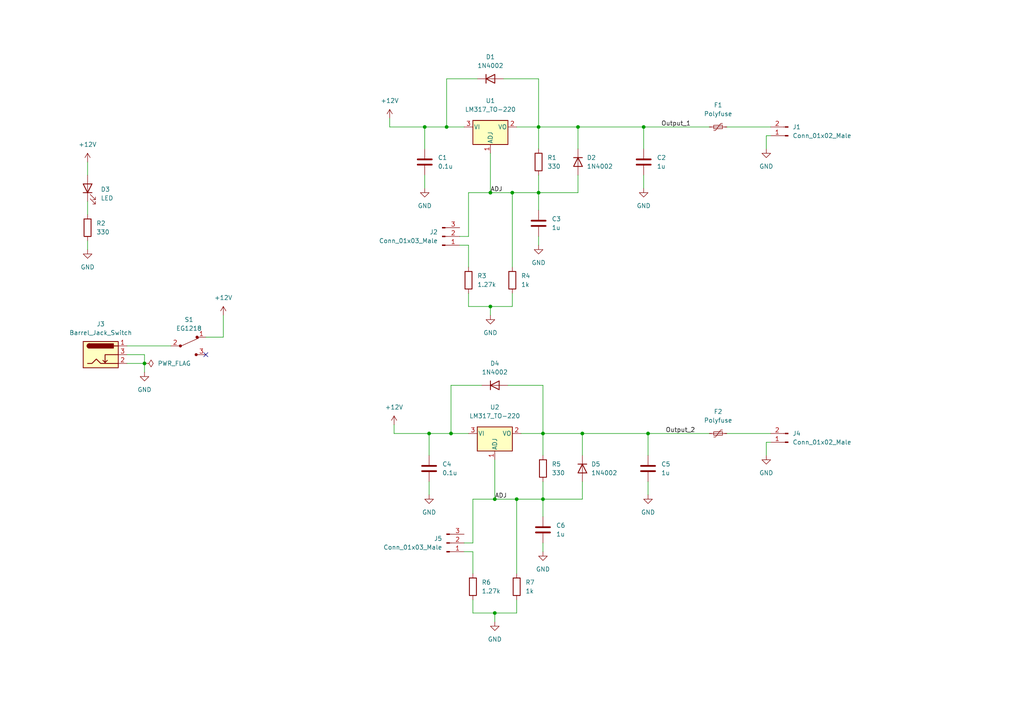
<source format=kicad_sch>
(kicad_sch (version 20211123) (generator eeschema)
  (paper "A4")
  (title_block (title "Bread Board power supply") (date "2023-01-11") (rev "2") (comment 1 "Using SMD components") (comment 2 "changing the voltage level by changing Radj"))
  (lib_symbols
    (symbol "Connector:Barrel_Jack_Switch" (pin_names hide)
      (property "Reference" "J" (at 0 5.334 0))
      (property "Value" "Barrel_Jack_Switch" (at 0 -5.08 0))
      (symbol "Barrel_Jack_Switch_0_1"
        (rectangle (start -5.08 3.81) (end 5.08 -3.81) (stroke (width 0.254)) (fill (type background)))
        (arc (start -3.302 3.175) (mid -3.937 2.54) (end -3.302 1.905) (stroke (width 0.254)))
        (arc (start -3.302 3.175) (mid -3.937 2.54) (end -3.302 1.905) (stroke (width 0.254)) (fill (type outline)))
        (polyline (pts (xy 1.27 -2.286) (xy 1.905 -1.651)) (stroke (width 0.254)))
        (polyline (pts (xy 5.08 2.54) (xy 3.81 2.54)) (stroke (width 0.254)))
        (polyline (pts (xy 5.08 0) (xy 1.27 0) (xy 1.27 -2.286) (xy 0.635 -1.651)) (stroke (width 0.254)))
        (polyline (pts (xy -3.81 -2.54) (xy -2.54 -2.54) (xy -1.27 -1.27) (xy 0 -2.54) (xy 2.54 -2.54) (xy 5.08 -2.54)) (stroke (width 0.254)))
        (rectangle (start 3.683 3.175) (end -3.302 1.905) (stroke (width 0.254)) (fill (type outline)))
      )
      (symbol "Barrel_Jack_Switch_1_1"
        (pin passive line (at 7.62 2.54 180) (length 2.54) (name "~") (number "1"))
        (pin passive line (at 7.62 -2.54 180) (length 2.54) (name "~") (number "2"))
        (pin passive line (at 7.62 0 180) (length 2.54) (name "~") (number "3"))
      )
    )
    (symbol "Connector:Conn_01x02_Male" (pin_names (offset 1.016) hide)
      (property "Reference" "J" (at 0 2.54 0))
      (property "Value" "Conn_01x02_Male" (at 0 -5.08 0))
      (symbol "Conn_01x02_Male_1_1"
        (polyline (pts (xy 1.27 -2.54) (xy 0.8636 -2.54)) (stroke (width 0.1524)))
        (polyline (pts (xy 1.27 0) (xy 0.8636 0)) (stroke (width 0.1524)))
        (rectangle (start 0.8636 -2.413) (end 0 -2.667) (stroke (width 0.1524)) (fill (type outline)))
        (rectangle (start 0.8636 0.127) (end 0 -0.127) (stroke (width 0.1524)) (fill (type outline)))
        (pin passive line (at 5.08 0 180) (length 3.81) (name "Pin_1") (number "1"))
        (pin passive line (at 5.08 -2.54 180) (length 3.81) (name "Pin_2") (number "2"))
      )
    )
    (symbol "Connector:Conn_01x03_Male" (pin_names (offset 1.016) hide)
      (property "Reference" "J" (at 0 5.08 0))
      (property "Value" "Conn_01x03_Male" (at 0 -5.08 0))
      (symbol "Conn_01x03_Male_1_1"
        (polyline (pts (xy 1.27 -2.54) (xy 0.8636 -2.54)) (stroke (width 0.1524)))
        (polyline (pts (xy 1.27 0) (xy 0.8636 0)) (stroke (width 0.1524)))
        (polyline (pts (xy 1.27 2.54) (xy 0.8636 2.54)) (stroke (width 0.1524)))
        (rectangle (start 0.8636 -2.413) (end 0 -2.667) (stroke (width 0.1524)) (fill (type outline)))
        (rectangle (start 0.8636 0.127) (end 0 -0.127) (stroke (width 0.1524)) (fill (type outline)))
        (rectangle (start 0.8636 2.667) (end 0 2.413) (stroke (width 0.1524)) (fill (type outline)))
        (pin passive line (at 5.08 2.54 180) (length 3.81) (name "Pin_1") (number "1"))
        (pin passive line (at 5.08 0 180) (length 3.81) (name "Pin_2") (number "2"))
        (pin passive line (at 5.08 -2.54 180) (length 3.81) (name "Pin_3") (number "3"))
      )
    )
    (symbol "Device:C" (pin_numbers hide) (pin_names (offset 0.254))
      (property "Reference" "C" (at 0.635 2.54 0))
      (property "Value" "C" (at 0.635 -2.54 0))
      (symbol "C_0_1"
        (polyline (pts (xy -2.032 -0.762) (xy 2.032 -0.762)) (stroke (width 0.508)))
        (polyline (pts (xy -2.032 0.762) (xy 2.032 0.762)) (stroke (width 0.508)))
      )
      (symbol "C_1_1"
        (pin passive line (at 0 3.81 270) (length 2.794) (name "~") (number "1"))
        (pin passive line (at 0 -3.81 90) (length 2.794) (name "~") (number "2"))
      )
    )
    (symbol "Device:LED" (pin_numbers hide) (pin_names (offset 1.016) hide)
      (property "Reference" "D" (at 0 2.54 0))
      (property "Value" "LED" (at 0 -2.54 0))
      (symbol "LED_0_1"
        (polyline (pts (xy -1.27 -1.27) (xy -1.27 1.27)) (stroke (width 0.254)))
        (polyline (pts (xy -1.27 0) (xy 1.27 0)))
        (polyline (pts (xy 1.27 -1.27) (xy 1.27 1.27) (xy -1.27 0) (xy 1.27 -1.27)) (stroke (width 0.254)))
        (polyline (pts (xy -3.048 -0.762) (xy -4.572 -2.286) (xy -3.81 -2.286) (xy -4.572 -2.286) (xy -4.572 -1.524)))
        (polyline (pts (xy -1.778 -0.762) (xy -3.302 -2.286) (xy -2.54 -2.286) (xy -3.302 -2.286) (xy -3.302 -1.524)))
      )
      (symbol "LED_1_1"
        (pin passive line (at -3.81 0 0) (length 2.54) (name "K") (number "1"))
        (pin passive line (at 3.81 0 180) (length 2.54) (name "A") (number "2"))
      )
    )
    (symbol "Device:Polyfuse_Small" (pin_numbers hide) (pin_names (offset 0))
      (property "Reference" "F" (at -1.905 0 90))
      (property "Value" "Polyfuse_Small" (at 1.905 0 90))
      (symbol "Polyfuse_Small_0_1"
        (rectangle (start -0.508 1.27) (end 0.508 -1.27))
        (polyline (pts (xy 0 2.54) (xy 0 -2.54)))
        (polyline (pts (xy -1.016 1.27) (xy -1.016 0.762) (xy 1.016 -0.762) (xy 1.016 -1.27)))
      )
      (symbol "Polyfuse_Small_1_1"
        (pin passive line (at 0 2.54 270) (length 0.635) (name "~") (number "1"))
        (pin passive line (at 0 -2.54 90) (length 0.635) (name "~") (number "2"))
      )
    )
    (symbol "Device:R" (pin_numbers hide) (pin_names (offset 0))
      (property "Reference" "R" (at 2.032 0 90))
      (property "Value" "R" (at 0 0 90))
      (symbol "R_0_1"
        (rectangle (start -1.016 -2.54) (end 1.016 2.54) (stroke (width 0.254)))
      )
      (symbol "R_1_1"
        (pin passive line (at 0 3.81 270) (length 1.27) (name "~") (number "1"))
        (pin passive line (at 0 -3.81 90) (length 1.27) (name "~") (number "2"))
      )
    )
    (symbol "Diode:1N4002" (pin_numbers hide) (pin_names hide)
      (property "Reference" "D" (at 0 2.54 0))
      (property "Value" "1N4002" (at 0 -2.54 0))
      (symbol "1N4002_0_1"
        (polyline (pts (xy -1.27 1.27) (xy -1.27 -1.27)) (stroke (width 0.254)))
        (polyline (pts (xy 1.27 0) (xy -1.27 0)))
        (polyline (pts (xy 1.27 1.27) (xy 1.27 -1.27) (xy -1.27 0) (xy 1.27 1.27)) (stroke (width 0.254)))
      )
      (symbol "1N4002_1_1"
        (pin passive line (at -3.81 0 0) (length 2.54) (name "K") (number "1"))
        (pin passive line (at 3.81 0 180) (length 2.54) (name "A") (number "2"))
      )
    )
    (symbol "Regulator_Linear:LM317_TO-220" (pin_names (offset 0.254))
      (property "Reference" "U" (at -3.81 3.175 0))
      (property "Value" "LM317_TO-220" (at 0 3.175 0))
      (symbol "LM317_TO-220_0_1"
        (rectangle (start -5.08 1.905) (end 5.08 -5.08) (stroke (width 0.254)) (fill (type background)))
      )
      (symbol "LM317_TO-220_1_1"
        (pin input line (at 0 -7.62 90) (length 2.54) (name "ADJ") (number "1"))
        (pin power_out line (at 7.62 0 180) (length 2.54) (name "VO") (number "2"))
        (pin power_in line (at -7.62 0 0) (length 2.54) (name "VI") (number "3"))
      )
    )
    (symbol "dk_Slide-Switches:EG1218" (pin_names (offset 0))
      (property "Reference" "S" (at -3.81 2.286 0))
      (property "Value" "EG1218" (at 0 -5.334 0))
      (symbol "EG1218_0_1"
        (circle (center -2.286 0) (radius 0.3556) (fill (type outline)))
        (polyline (pts (xy -2.032 0) (xy 3.048 2.286)))
        (circle (center 2.286 -2.54) (radius 0.3556) (fill (type outline)))
        (circle (center 2.54 2.54) (radius 0.3556) (fill (type outline)))
      )
      (symbol "EG1218_1_1"
        (pin passive line (at 5.08 2.54 180) (length 2.54) (name "~") (number "1"))
        (pin passive line (at -5.08 0 0) (length 2.54) (name "~") (number "2"))
        (pin passive line (at 5.08 -2.54 180) (length 2.54) (name "~") (number "3"))
      )
    )
    (symbol "power:+12V" (power) (pin_names (offset 0))
      (property "Value" "+12V" (at 0 3.556 0))
      (symbol "+12V_0_1"
        (polyline (pts (xy -0.762 1.27) (xy 0 2.54)))
        (polyline (pts (xy 0 0) (xy 0 2.54)))
        (polyline (pts (xy 0 2.54) (xy 0.762 1.27)))
      )
      (symbol "+12V_1_1"
        (pin power_in line (at 0 0 90) (length 0) hide (name "+12V") (number "1"))
      )
    )
    (symbol "power:GND" (power) (pin_names (offset 0))
      (property "Value" "GND" (at 0 -3.81 0))
      (symbol "GND_0_1"
        (polyline (pts (xy 0 0) (xy 0 -1.27) (xy 1.27 -1.27) (xy 0 -2.54) (xy -1.27 -1.27) (xy 0 -1.27)))
      )
      (symbol "GND_1_1"
        (pin power_in line (at 0 0 270) (length 0) hide (name "GND") (number "1"))
      )
    )
    (symbol "power:PWR_FLAG" (power) (pin_numbers hide) (pin_names (offset 0) hide)
      (property "Value" "PWR_FLAG" (at 0 3.81 0))
      (symbol "PWR_FLAG_0_0"
        (pin power_out line (at 0 0 90) (length 0) (name "pwr") (number "1"))
      )
      (symbol "PWR_FLAG_0_1"
        (polyline (pts (xy 0 0) (xy 0 1.27) (xy -1.016 1.905) (xy 0 2.54) (xy 1.016 1.905) (xy 0 1.27)))
      )
    )
  )
  (junction (at 168.91 125.73))
  (junction (at 148.59 55.88))
  (junction (at 149.86 144.78))
  (junction (at 129.54 36.83))
  (junction (at 41.91 105.41))
  (junction (at 123.19 36.83))
  (junction (at 156.21 36.83))
  (junction (at 156.21 55.88))
  (junction (at 186.69 36.83))
  (junction (at 124.46 125.73))
  (junction (at 143.51 144.78))
  (junction (at 167.64 36.83))
  (junction (at 143.51 177.8))
  (junction (at 130.81 125.73))
  (junction (at 157.48 125.73))
  (junction (at 157.48 144.78))
  (junction (at 142.24 55.88))
  (junction (at 187.96 125.73))
  (junction (at 142.24 88.9))
  (no_connect (at 59.69 102.87))
  (wire (pts (xy 41.91 102.87) (xy 41.91 105.41)))
  (wire (pts (xy 59.69 97.79) (xy 64.77 97.79)))
  (wire (pts (xy 167.64 36.83) (xy 167.64 43.18)))
  (wire (pts (xy 25.4 69.85) (xy 25.4 72.39)))
  (wire (pts (xy 143.51 144.78) (xy 137.16 144.78)))
  (wire (pts (xy 142.24 55.88) (xy 135.89 55.88)))
  (wire (pts (xy 149.86 144.78) (xy 157.48 144.78)))
  (wire (pts (xy 133.35 68.58) (xy 135.89 68.58)))
  (wire (pts (xy 129.54 22.86) (xy 129.54 36.83)))
  (wire (pts (xy 151.13 125.73) (xy 157.48 125.73)))
  (wire (pts (xy 187.96 125.73) (xy 205.74 125.73)))
  (wire (pts (xy 187.96 132.08) (xy 187.96 125.73)))
  (wire (pts (xy 143.51 133.35) (xy 143.51 144.78)))
  (wire (pts (xy 210.82 36.83) (xy 223.52 36.83)))
  (wire (pts (xy 129.54 36.83) (xy 134.62 36.83)))
  (wire (pts (xy 222.25 128.27) (xy 223.52 128.27)))
  (wire (pts (xy 186.69 36.83) (xy 205.74 36.83)))
  (wire (pts (xy 157.48 111.76) (xy 157.48 125.73)))
  (wire (pts (xy 156.21 55.88) (xy 156.21 50.8)))
  (wire (pts (xy 123.19 50.8) (xy 123.19 54.61)))
  (wire (pts (xy 222.25 39.37) (xy 223.52 39.37)))
  (wire (pts (xy 143.51 177.8) (xy 137.16 177.8)))
  (wire (pts (xy 157.48 157.48) (xy 157.48 160.02)))
  (wire (pts (xy 148.59 88.9) (xy 142.24 88.9)))
  (wire (pts (xy 149.86 144.78) (xy 143.51 144.78)))
  (wire (pts (xy 124.46 125.73) (xy 130.81 125.73)))
  (wire (pts (xy 139.7 111.76) (xy 130.81 111.76)))
  (wire (pts (xy 25.4 46.99) (xy 25.4 50.8)))
  (wire (pts (xy 187.96 125.73) (xy 168.91 125.73)))
  (wire (pts (xy 148.59 85.09) (xy 148.59 88.9)))
  (wire (pts (xy 138.43 22.86) (xy 129.54 22.86)))
  (wire (pts (xy 167.64 55.88) (xy 156.21 55.88)))
  (wire (pts (xy 156.21 55.88) (xy 156.21 60.96)))
  (wire (pts (xy 149.86 177.8) (xy 143.51 177.8)))
  (wire (pts (xy 187.96 139.7) (xy 187.96 143.51)))
  (wire (pts (xy 157.48 144.78) (xy 157.48 139.7)))
  (wire (pts (xy 124.46 132.08) (xy 124.46 125.73)))
  (wire (pts (xy 186.69 50.8) (xy 186.69 54.61)))
  (wire (pts (xy 36.83 102.87) (xy 41.91 102.87)))
  (wire (pts (xy 146.05 22.86) (xy 156.21 22.86)))
  (wire (pts (xy 156.21 36.83) (xy 156.21 43.18)))
  (wire (pts (xy 134.62 157.48) (xy 137.16 157.48)))
  (wire (pts (xy 148.59 55.88) (xy 156.21 55.88)))
  (wire (pts (xy 168.91 144.78) (xy 157.48 144.78)))
  (wire (pts (xy 123.19 43.18) (xy 123.19 36.83)))
  (wire (pts (xy 36.83 105.41) (xy 41.91 105.41)))
  (wire (pts (xy 222.25 39.37) (xy 222.25 43.18)))
  (wire (pts (xy 137.16 177.8) (xy 137.16 173.99)))
  (wire (pts (xy 114.3 123.19) (xy 114.3 125.73)))
  (wire (pts (xy 137.16 160.02) (xy 134.62 160.02)))
  (wire (pts (xy 124.46 139.7) (xy 124.46 143.51)))
  (wire (pts (xy 143.51 177.8) (xy 143.51 180.34)))
  (wire (pts (xy 149.86 36.83) (xy 156.21 36.83)))
  (wire (pts (xy 41.91 107.95) (xy 41.91 105.41)))
  (wire (pts (xy 25.4 58.42) (xy 25.4 62.23)))
  (wire (pts (xy 142.24 88.9) (xy 142.24 91.44)))
  (wire (pts (xy 130.81 111.76) (xy 130.81 125.73)))
  (wire (pts (xy 130.81 125.73) (xy 135.89 125.73)))
  (wire (pts (xy 135.89 71.12) (xy 133.35 71.12)))
  (wire (pts (xy 157.48 144.78) (xy 157.48 149.86)))
  (wire (pts (xy 186.69 43.18) (xy 186.69 36.83)))
  (wire (pts (xy 113.03 34.29) (xy 113.03 36.83)))
  (wire (pts (xy 157.48 125.73) (xy 157.48 132.08)))
  (wire (pts (xy 186.69 36.83) (xy 167.64 36.83)))
  (wire (pts (xy 156.21 68.58) (xy 156.21 71.12)))
  (wire (pts (xy 222.25 128.27) (xy 222.25 132.08)))
  (wire (pts (xy 149.86 173.99) (xy 149.86 177.8)))
  (wire (pts (xy 142.24 44.45) (xy 142.24 55.88)))
  (wire (pts (xy 137.16 157.48) (xy 137.16 144.78)))
  (wire (pts (xy 148.59 55.88) (xy 148.59 77.47)))
  (wire (pts (xy 168.91 125.73) (xy 168.91 132.08)))
  (wire (pts (xy 210.82 125.73) (xy 223.52 125.73)))
  (wire (pts (xy 168.91 139.7) (xy 168.91 144.78)))
  (wire (pts (xy 147.32 111.76) (xy 157.48 111.76)))
  (wire (pts (xy 149.86 144.78) (xy 149.86 166.37)))
  (wire (pts (xy 137.16 166.37) (xy 137.16 160.02)))
  (wire (pts (xy 135.89 77.47) (xy 135.89 71.12)))
  (wire (pts (xy 64.77 97.79) (xy 64.77 91.44)))
  (wire (pts (xy 167.64 50.8) (xy 167.64 55.88)))
  (wire (pts (xy 135.89 88.9) (xy 135.89 85.09)))
  (wire (pts (xy 135.89 68.58) (xy 135.89 55.88)))
  (wire (pts (xy 36.83 100.33) (xy 49.53 100.33)))
  (wire (pts (xy 156.21 22.86) (xy 156.21 36.83)))
  (wire (pts (xy 157.48 125.73) (xy 168.91 125.73)))
  (wire (pts (xy 123.19 36.83) (xy 129.54 36.83)))
  (wire (pts (xy 156.21 36.83) (xy 167.64 36.83)))
  (wire (pts (xy 114.3 125.73) (xy 124.46 125.73)))
  (wire (pts (xy 142.24 88.9) (xy 135.89 88.9)))
  (wire (pts (xy 113.03 36.83) (xy 123.19 36.83)))
  (wire (pts (xy 148.59 55.88) (xy 142.24 55.88)))
  (label "Output_1" (at 191.77 36.83 0))
  (label "ADJ" (at 143.51 144.78 0))
  (label "ADJ" (at 142.24 55.88 0))
  (label "Output_2" (at 193.04 125.73 0))
  (symbol (lib_id "power:GND") (at 41.91 107.95 0) (unit 1)
    (property "Reference" "#PWR010" (effects hide))
    (property "Value" "GND" (at 41.91 113.03 0))
  )
  (symbol (lib_id "Device:C") (at 187.96 135.89 0) (unit 1)
    (property "Reference" "C5" (at 191.77 134.6199 0) (effects (justify left)))
    (property "Value" "1u" (at 191.77 137.1599 0) (effects (justify left)))
    (property "Footprint" "Capacitor_THT:C_Disc_D3.0mm_W1.6mm_P2.50mm" (effects hide))
  )
  (symbol (lib_id "Device:C") (at 123.19 46.99 0) (unit 1)
    (property "Reference" "C1" (at 127 45.7199 0) (effects (justify left)))
    (property "Value" "0.1u" (at 127 48.2599 0) (effects (justify left)))
    (property "Footprint" "Capacitor_THT:C_Disc_D3.0mm_W1.6mm_P2.50mm" (effects hide))
  )
  (symbol (lib_id "power:GND") (at 222.25 132.08 0) (unit 1)
    (property "Reference" "#PWR012" (effects hide))
    (property "Value" "GND" (at 222.25 137.16 0))
  )
  (symbol (lib_id "Connector:Barrel_Jack_Switch") (at 29.21 102.87 0) (unit 1)
    (property "Reference" "J3" (at 29.21 93.98 0))
    (property "Value" "Barrel_Jack_Switch" (at 29.21 96.52 0))
    (property "Footprint" "Connector_BarrelJack:BarrelJack_Horizontal" (effects hide))
  )
  (symbol (lib_id "Connector:Conn_01x03_Male") (at 128.27 68.58 0) (mirror x) (unit 1)
    (property "Reference" "J2" (at 127 67.3099 0) (effects (justify right)))
    (property "Value" "Conn_01x03_Male" (at 127 69.8499 0) (effects (justify right)))
    (property "Footprint" "Connector_PinHeader_2.54mm:PinHeader_1x03_P2.54mm_Vertical" (effects hide))
  )
  (symbol (lib_id "Device:C") (at 156.21 64.77 0) (unit 1)
    (property "Reference" "C3" (at 160.02 63.4999 0) (effects (justify left)))
    (property "Value" "1u" (at 160.02 66.0399 0) (effects (justify left)))
    (property "Footprint" "Capacitor_THT:C_Disc_D3.0mm_W1.6mm_P2.50mm" (effects hide))
  )
  (symbol (lib_id "Device:LED") (at 25.4 54.61 90) (unit 1)
    (property "Reference" "D3" (at 29.21 54.9274 90) (effects (justify right)))
    (property "Value" "LED" (at 29.21 57.4674 90) (effects (justify right)))
    (property "Footprint" "LED_THT:LED_D3.0mm" (effects hide))
  )
  (symbol (lib_id "power:GND") (at 143.51 180.34 0) (unit 1)
    (property "Reference" "#PWR016" (effects hide))
    (property "Value" "GND" (at 143.51 185.42 0))
  )
  (symbol (lib_id "Device:R") (at 25.4 66.04 0) (unit 1)
    (property "Reference" "R2" (at 27.94 64.7699 0) (effects (justify left)))
    (property "Value" "330" (at 27.94 67.3099 0) (effects (justify left)))
    (property "Footprint" "Resistor_THT:R_Axial_DIN0204_L3.6mm_D1.6mm_P7.62mm_Horizontal" (effects hide))
  )
  (symbol (lib_id "power:GND") (at 186.69 54.61 0) (unit 1)
    (property "Reference" "#PWR05" (effects hide))
    (property "Value" "GND" (at 186.69 59.69 0))
  )
  (symbol (lib_id "power:GND") (at 124.46 143.51 0) (unit 1)
    (property "Reference" "#PWR013" (effects hide))
    (property "Value" "GND" (at 124.46 148.59 0))
  )
  (symbol (lib_id "power:GND") (at 156.21 71.12 0) (unit 1)
    (property "Reference" "#PWR06" (effects hide))
    (property "Value" "GND" (at 156.21 76.2 0))
  )
  (symbol (lib_id "power:GND") (at 187.96 143.51 0) (unit 1)
    (property "Reference" "#PWR014" (effects hide))
    (property "Value" "GND" (at 187.96 148.59 0))
  )
  (symbol (lib_id "Device:C") (at 186.69 46.99 0) (unit 1)
    (property "Reference" "C2" (at 190.5 45.7199 0) (effects (justify left)))
    (property "Value" "1u" (at 190.5 48.2599 0) (effects (justify left)))
    (property "Footprint" "Capacitor_THT:C_Disc_D3.0mm_W1.6mm_P2.50mm" (effects hide))
  )
  (symbol (lib_id "Device:C") (at 124.46 135.89 0) (unit 1)
    (property "Reference" "C4" (at 128.27 134.6199 0) (effects (justify left)))
    (property "Value" "0.1u" (at 128.27 137.1599 0) (effects (justify left)))
    (property "Footprint" "Capacitor_THT:C_Disc_D3.0mm_W1.6mm_P2.50mm" (effects hide))
  )
  (symbol (lib_id "Device:Polyfuse_Small") (at 208.28 125.73 90) (unit 1)
    (property "Reference" "F2" (at 208.28 119.38 90))
    (property "Value" "Polyfuse" (at 208.28 121.92 90))
  )
  (symbol (lib_id "power:GND") (at 142.24 91.44 0) (unit 1)
    (property "Reference" "#PWR09" (effects hide))
    (property "Value" "GND" (at 142.24 96.52 0))
  )
  (symbol (lib_id "power:GND") (at 123.19 54.61 0) (unit 1)
    (property "Reference" "#PWR04" (effects hide))
    (property "Value" "GND" (at 123.19 59.69 0))
  )
  (symbol (lib_id "power:+12V") (at 64.77 91.44 0) (unit 1)
    (property "Reference" "#PWR08" (effects hide))
    (property "Value" "+12V" (at 64.77 86.36 0))
  )
  (symbol (lib_id "Device:R") (at 148.59 81.28 0) (unit 1)
    (property "Reference" "R4" (at 151.13 80.0099 0) (effects (justify left)))
    (property "Value" "1k" (at 151.13 82.5499 0) (effects (justify left)))
    (property "Footprint" "Resistor_THT:R_Axial_DIN0204_L3.6mm_D1.6mm_P7.62mm_Horizontal" (effects hide))
  )
  (symbol (lib_id "power:+12V") (at 114.3 123.19 0) (unit 1)
    (property "Reference" "#PWR011" (effects hide))
    (property "Value" "+12V" (at 114.3 118.11 0))
  )
  (symbol (lib_id "power:GND") (at 222.25 43.18 0) (unit 1)
    (property "Reference" "#PWR02" (effects hide))
    (property "Value" "GND" (at 222.25 48.26 0))
  )
  (symbol (lib_id "power:GND") (at 157.48 160.02 0) (unit 1)
    (property "Reference" "#PWR015" (effects hide))
    (property "Value" "GND" (at 157.48 165.1 0))
  )
  (symbol (lib_id "Diode:1N4002") (at 168.91 135.89 270) (unit 1)
    (property "Reference" "D5" (at 171.45 134.6199 90) (effects (justify left)))
    (property "Value" "1N4002" (at 171.45 137.1599 90) (effects (justify left)))
    (property "Footprint" "Diode_THT:D_DO-41_SOD81_P10.16mm_Horizontal" (effects hide))
    (property "Datasheet" "http://www.vishay.com/docs/88503/1n4001.pdf" (effects hide))
  )
  (symbol (lib_id "Device:Polyfuse_Small") (at 208.28 36.83 90) (unit 1)
    (property "Reference" "F1" (at 208.28 30.48 90))
    (property "Value" "Polyfuse" (at 208.28 33.02 90))
  )
  (symbol (lib_id "Connector:Conn_01x02_Male") (at 228.6 128.27 180) (unit 1)
    (property "Reference" "J4" (at 229.87 125.7299 0) (effects (justify right)))
    (property "Value" "Conn_01x02_Male" (at 229.87 128.2699 0) (effects (justify right)))
    (property "Footprint" "Connector_PinHeader_2.54mm:PinHeader_1x02_P2.54mm_Vertical" (effects hide))
  )
  (symbol (lib_id "power:GND") (at 25.4 72.39 0) (unit 1)
    (property "Reference" "#PWR07" (effects hide))
    (property "Value" "GND" (at 25.4 77.47 0))
  )
  (symbol (lib_id "Device:R") (at 156.21 46.99 0) (unit 1)
    (property "Reference" "R1" (at 158.75 45.7199 0) (effects (justify left)))
    (property "Value" "330" (at 158.75 48.2599 0) (effects (justify left)))
    (property "Footprint" "Resistor_THT:R_Axial_DIN0204_L3.6mm_D1.6mm_P7.62mm_Horizontal" (effects hide))
  )
  (symbol (lib_id "power:+12V") (at 25.4 46.99 0) (unit 1)
    (property "Reference" "#PWR03" (effects hide))
    (property "Value" "+12V" (at 25.4 41.91 0))
  )
  (symbol (lib_id "power:PWR_FLAG") (at 41.91 105.41 270) (unit 1)
    (property "Reference" "#FLG01" (effects hide))
    (property "Value" "PWR_FLAG" (at 45.72 105.4099 90) (effects (justify left)))
  )
  (symbol (lib_id "Device:R") (at 135.89 81.28 0) (unit 1)
    (property "Reference" "R3" (at 138.43 80.0099 0) (effects (justify left)))
    (property "Value" "1.27k" (at 138.43 82.5499 0) (effects (justify left)))
    (property "Footprint" "Resistor_THT:R_Axial_DIN0204_L3.6mm_D1.6mm_P7.62mm_Horizontal" (effects hide))
  )
  (symbol (lib_id "Connector:Conn_01x03_Male") (at 129.54 157.48 0) (mirror x) (unit 1)
    (property "Reference" "J5" (at 128.27 156.2099 0) (effects (justify right)))
    (property "Value" "Conn_01x03_Male" (at 128.27 158.7499 0) (effects (justify right)))
    (property "Footprint" "Connector_PinHeader_2.54mm:PinHeader_1x03_P2.54mm_Vertical" (effects hide))
  )
  (symbol (lib_id "dk_Slide-Switches:EG1218") (at 54.61 100.33 0) (unit 1)
    (property "Reference" "S1" (at 54.8132 92.71 0))
    (property "Value" "EG1218" (at 54.8132 95.25 0))
    (property "Footprint" "digikey-footprints:Switch_Slide_11.6x4mm_EG1218" (effects hide))
    (property "Datasheet" "http://spec_sheets.e-switch.com/specs/P040040.pdf" (effects hide))
    (property "Digi-Key_PN" "EG1903-ND" (effects hide))
    (property "MPN" "EG1218" (effects hide))
    (property "Category" "Switches" (effects hide))
    (property "Family" "Slide Switches" (effects hide))
    (property "DK_Datasheet_Link" "http://spec_sheets.e-switch.com/specs/P040040.pdf" (effects hide))
    (property "DK_Detail_Page" "/product-detail/en/e-switch/EG1218/EG1903-ND/101726" (effects hide))
    (property "Description" "SWITCH SLIDE SPDT 200MA 30V" (effects hide))
    (property "Manufacturer" "E-Switch" (effects hide))
    (property "Status" "Active" (effects hide))
  )
  (symbol (lib_id "Device:R") (at 137.16 170.18 0) (unit 1)
    (property "Reference" "R6" (at 139.7 168.9099 0) (effects (justify left)))
    (property "Value" "1.27k" (at 139.7 171.4499 0) (effects (justify left)))
    (property "Footprint" "Resistor_THT:R_Axial_DIN0204_L3.6mm_D1.6mm_P7.62mm_Horizontal" (effects hide))
  )
  (symbol (lib_id "Diode:1N4002") (at 142.24 22.86 0) (unit 1)
    (property "Reference" "D1" (at 142.24 16.51 0))
    (property "Value" "1N4002" (at 142.24 19.05 0))
    (property "Footprint" "Diode_THT:D_DO-41_SOD81_P10.16mm_Horizontal" (effects hide))
    (property "Datasheet" "http://www.vishay.com/docs/88503/1n4001.pdf" (effects hide))
  )
  (symbol (lib_id "Device:R") (at 149.86 170.18 0) (unit 1)
    (property "Reference" "R7" (at 152.4 168.9099 0) (effects (justify left)))
    (property "Value" "1k" (at 152.4 171.4499 0) (effects (justify left)))
    (property "Footprint" "Resistor_THT:R_Axial_DIN0204_L3.6mm_D1.6mm_P7.62mm_Horizontal" (effects hide))
  )
  (symbol (lib_id "Regulator_Linear:LM317_TO-220") (at 143.51 125.73 0) (unit 1)
    (property "Reference" "U2" (at 143.51 118.11 0))
    (property "Value" "LM317_TO-220" (at 143.51 120.65 0))
    (property "Footprint" "Package_TO_SOT_THT:TO-220-3_Vertical" (effects hide))
    (property "Datasheet" "http://www.ti.com/lit/ds/symlink/lm317.pdf" (effects hide))
  )
  (symbol (lib_id "Connector:Conn_01x02_Male") (at 228.6 39.37 180) (unit 1)
    (property "Reference" "J1" (at 229.87 36.8299 0) (effects (justify right)))
    (property "Value" "Conn_01x02_Male" (at 229.87 39.3699 0) (effects (justify right)))
    (property "Footprint" "Connector_PinHeader_2.54mm:PinHeader_1x02_P2.54mm_Vertical" (effects hide))
  )
  (symbol (lib_id "Device:C") (at 157.48 153.67 0) (unit 1)
    (property "Reference" "C6" (at 161.29 152.3999 0) (effects (justify left)))
    (property "Value" "1u" (at 161.29 154.9399 0) (effects (justify left)))
    (property "Footprint" "Capacitor_THT:C_Disc_D3.0mm_W1.6mm_P2.50mm" (effects hide))
  )
  (symbol (lib_id "power:+12V") (at 113.03 34.29 0) (unit 1)
    (property "Reference" "#PWR01" (effects hide))
    (property "Value" "+12V" (at 113.03 29.21 0))
  )
  (symbol (lib_id "Diode:1N4002") (at 167.64 46.99 270) (unit 1)
    (property "Reference" "D2" (at 170.18 45.7199 90) (effects (justify left)))
    (property "Value" "1N4002" (at 170.18 48.2599 90) (effects (justify left)))
    (property "Footprint" "Diode_THT:D_DO-41_SOD81_P10.16mm_Horizontal" (effects hide))
    (property "Datasheet" "http://www.vishay.com/docs/88503/1n4001.pdf" (effects hide))
  )
  (symbol (lib_id "Diode:1N4002") (at 143.51 111.76 0) (unit 1)
    (property "Reference" "D4" (at 143.51 105.41 0))
    (property "Value" "1N4002" (at 143.51 107.95 0))
    (property "Footprint" "Diode_THT:D_DO-41_SOD81_P10.16mm_Horizontal" (effects hide))
    (property "Datasheet" "http://www.vishay.com/docs/88503/1n4001.pdf" (effects hide))
  )
  (symbol (lib_id "Device:R") (at 157.48 135.89 0) (unit 1)
    (property "Reference" "R5" (at 160.02 134.6199 0) (effects (justify left)))
    (property "Value" "330" (at 160.02 137.1599 0) (effects (justify left)))
    (property "Footprint" "Resistor_THT:R_Axial_DIN0204_L3.6mm_D1.6mm_P7.62mm_Horizontal" (effects hide))
  )
  (symbol (lib_id "Regulator_Linear:LM317_TO-220") (at 142.24 36.83 0) (unit 1)
    (property "Reference" "U1" (at 142.24 29.21 0))
    (property "Value" "LM317_TO-220" (at 142.24 31.75 0))
    (property "Footprint" "Package_TO_SOT_THT:TO-220-3_Vertical" (effects hide))
    (property "Datasheet" "http://www.ti.com/lit/ds/symlink/lm317.pdf" (effects hide))
  )
)
</source>
